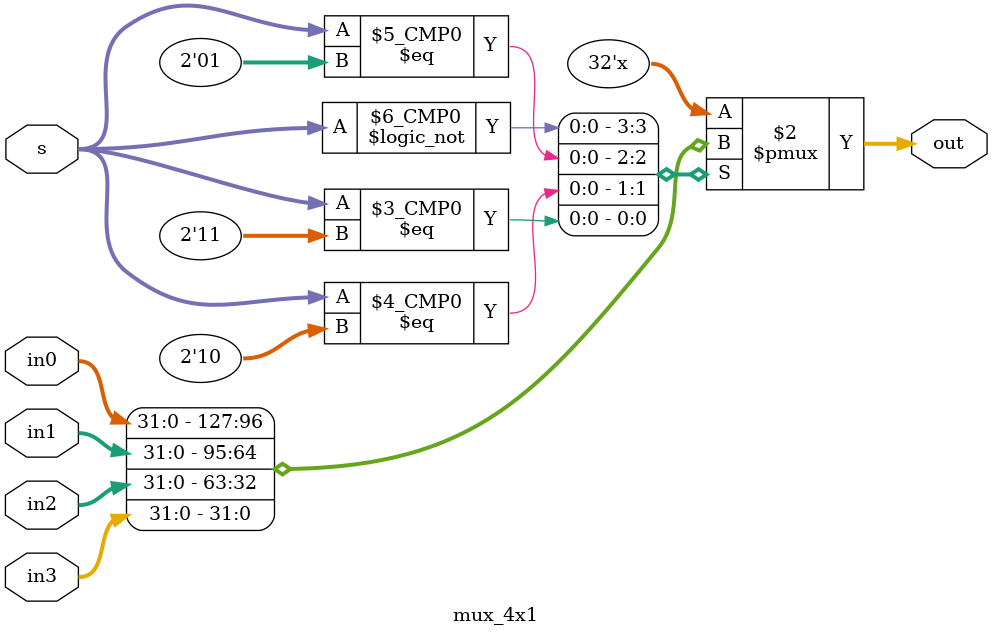
<source format=sv>

module mux_4x1 #(
   parameter DW = 32
)(
   input  logic [DW-1:0] in0,
   input  logic [DW-1:0] in1,
   input  logic [DW-1:0] in2,
   input  logic [DW-1:0] in3,
   input  logic [1:0]    s,

   output logic [DW-1:0] out
);

   always_comb begin
      case(s)
         2'b00: out = in0;
         2'b01: out = in1;
         2'b10: out = in2;
         2'b11: out = in3;
      endcase
   end
endmodule
</source>
